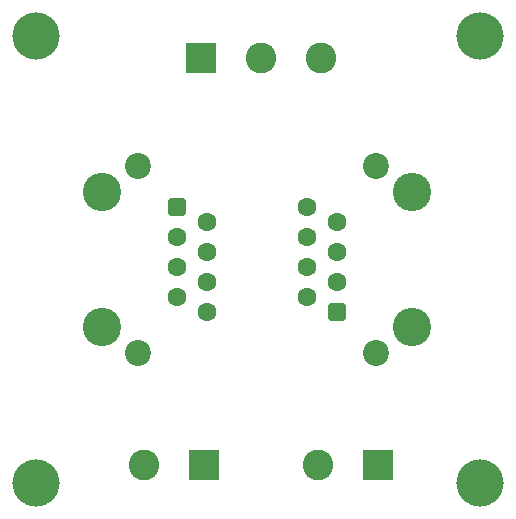
<source format=gbr>
%TF.GenerationSoftware,KiCad,Pcbnew,(6.0.5-0)*%
%TF.CreationDate,2024-08-31T21:20:10+10:00*%
%TF.ProjectId,AAInterceptor,4141496e-7465-4726-9365-70746f722e6b,rev?*%
%TF.SameCoordinates,Original*%
%TF.FileFunction,Soldermask,Top*%
%TF.FilePolarity,Negative*%
%FSLAX46Y46*%
G04 Gerber Fmt 4.6, Leading zero omitted, Abs format (unit mm)*
G04 Created by KiCad (PCBNEW (6.0.5-0)) date 2024-08-31 21:20:10*
%MOMM*%
%LPD*%
G01*
G04 APERTURE LIST*
G04 Aperture macros list*
%AMRoundRect*
0 Rectangle with rounded corners*
0 $1 Rounding radius*
0 $2 $3 $4 $5 $6 $7 $8 $9 X,Y pos of 4 corners*
0 Add a 4 corners polygon primitive as box body*
4,1,4,$2,$3,$4,$5,$6,$7,$8,$9,$2,$3,0*
0 Add four circle primitives for the rounded corners*
1,1,$1+$1,$2,$3*
1,1,$1+$1,$4,$5*
1,1,$1+$1,$6,$7*
1,1,$1+$1,$8,$9*
0 Add four rect primitives between the rounded corners*
20,1,$1+$1,$2,$3,$4,$5,0*
20,1,$1+$1,$4,$5,$6,$7,0*
20,1,$1+$1,$6,$7,$8,$9,0*
20,1,$1+$1,$8,$9,$2,$3,0*%
G04 Aperture macros list end*
%ADD10C,4.000000*%
%ADD11R,2.600000X2.600000*%
%ADD12C,2.600000*%
%ADD13C,3.250000*%
%ADD14RoundRect,0.400000X0.400000X-0.400000X0.400000X0.400000X-0.400000X0.400000X-0.400000X-0.400000X0*%
%ADD15C,1.600000*%
%ADD16C,2.200000*%
%ADD17RoundRect,0.400000X-0.400000X0.400000X-0.400000X-0.400000X0.400000X-0.400000X0.400000X0.400000X0*%
G04 APERTURE END LIST*
D10*
%TO.C,Mount*%
X60960000Y-56896000D03*
%TD*%
%TO.C,Mount*%
X23368000Y-56896000D03*
%TD*%
%TO.C,Mount*%
X23368000Y-19050000D03*
%TD*%
D11*
%TO.C,J5*%
X37592000Y-55372000D03*
D12*
X32512000Y-55372000D03*
%TD*%
D11*
%TO.C,J4*%
X37333000Y-20879000D03*
D12*
X42413000Y-20879000D03*
X47493000Y-20879000D03*
%TD*%
D11*
%TO.C,J2*%
X52324000Y-55372000D03*
D12*
X47244000Y-55372000D03*
%TD*%
D13*
%TO.C,J3*%
X55245000Y-43688000D03*
X55245000Y-32258000D03*
D14*
X48895000Y-42418000D03*
D15*
X46355000Y-41148000D03*
X48895000Y-39878000D03*
X46355000Y-38608000D03*
X48895000Y-37338000D03*
X46355000Y-36068000D03*
X48895000Y-34798000D03*
X46355000Y-33528000D03*
D16*
X52195000Y-45873000D03*
X52195000Y-30073000D03*
%TD*%
D10*
%TO.C,Mount*%
X60960000Y-19050000D03*
%TD*%
D13*
%TO.C,J1*%
X28956000Y-32258000D03*
X28956000Y-43688000D03*
D17*
X35306000Y-33528000D03*
D15*
X37846000Y-34798000D03*
X35306000Y-36068000D03*
X37846000Y-37338000D03*
X35306000Y-38608000D03*
X37846000Y-39878000D03*
X35306000Y-41148000D03*
X37846000Y-42418000D03*
D16*
X32006000Y-45873000D03*
X32006000Y-30073000D03*
%TD*%
M02*

</source>
